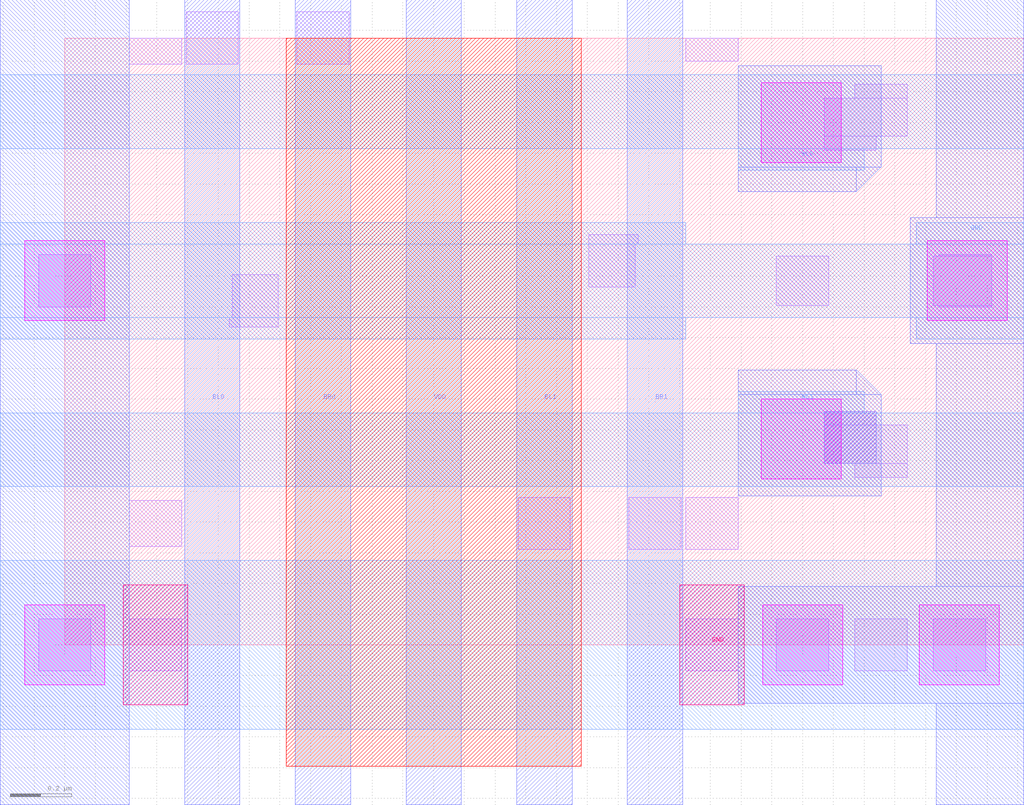
<source format=lef>
# Copyright 2020 The SkyWater PDK Authors
#
# Licensed under the Apache License, Version 2.0 (the "License");
# you may not use this file except in compliance with the License.
# You may obtain a copy of the License at
#
#     https://www.apache.org/licenses/LICENSE-2.0
#
# Unless required by applicable law or agreed to in writing, software
# distributed under the License is distributed on an "AS IS" BASIS,
# WITHOUT WARRANTIES OR CONDITIONS OF ANY KIND, either express or implied.
# See the License for the specific language governing permissions and
# limitations under the License.
#
# SPDX-License-Identifier: Apache-2.0

VERSION 5.7 ;
  NOWIREEXTENSIONATPIN ON ;
  DIVIDERCHAR "/" ;
  BUSBITCHARS "[]" ;
MACRO sky130_fd_bd_sram__openram_dp_cell_dummy
  CLASS BLOCK ;
  FOREIGN sky130_fd_bd_sram__openram_dp_cell_dummy ;
  ORIGIN  0.000000  0.000000 ;
  SIZE  3.120000 BY  1.975000 ;
  PIN BL0
    ANTENNADIFFAREA  0.025200 ;
    PORT
      LAYER met1 ;
        RECT 0.390000 -0.520000 0.570000 2.100000 ;
    END
  END BL0
  PIN BL1
    ANTENNADIFFAREA  0.050400 ;
    PORT
      LAYER met1 ;
        RECT 1.470000 -0.520000 1.650000 2.100000 ;
    END
  END BL1
  PIN BR0
    ANTENNADIFFAREA  0.025200 ;
    PORT
      LAYER met1 ;
        RECT 0.750000 -0.520000 0.930000 2.100000 ;
    END
  END BR0
  PIN BR1
    ANTENNADIFFAREA  0.050400 ;
    PORT
      LAYER met1 ;
        RECT 1.830000 -0.520000 2.010000 2.100000 ;
    END
  END BR1
  PIN GND
    ANTENNADIFFAREA  0.381800 ;
    ANTENNAGATEAREA  0.193200 ;
    PORT
      LAYER met2 ;
        RECT -0.210000 -0.275000 3.120000 0.275000 ;
        RECT -0.210000  0.995000 2.020000 1.065000 ;
        RECT -0.210000  1.065000 3.120000 1.305000 ;
        RECT -0.210000  1.305000 2.020000 1.375000 ;
        RECT  2.770000  0.995000 3.120000 1.065000 ;
        RECT  2.770000  1.305000 3.120000 1.375000 ;
      LAYER pwell ;
        RECT 0.190000 -0.195000 0.400000 0.195000 ;
        RECT 2.000000 -0.195000 2.210000 0.195000 ;
    END
  END GND
  PIN VDD
    PORT
      LAYER met1 ;
        RECT 1.110000 -0.520000 1.290000 2.100000 ;
    END
  END VDD
  PIN WL0
    ANTENNAGATEAREA  0.063000 ;
    PORT
      LAYER met2 ;
        RECT -0.210000 1.615000 3.120000 1.855000 ;
        RECT  2.190000 1.545000 2.600000 1.615000 ;
    END
  END WL0
  PIN WL1
    ANTENNAGATEAREA  0.063000 ;
    PORT
      LAYER met2 ;
        RECT -0.210000 0.515000 3.120000 0.755000 ;
        RECT  2.190000 0.755000 2.600000 0.825000 ;
    END
  END WL1
  OBS
    LAYER li1 ;
      RECT -0.085000 -0.085000 0.085000 0.085000 ;
      RECT -0.085000  1.100000 0.085000 1.270000 ;
      RECT  0.210000 -0.085000 0.380000 0.085000 ;
      RECT  0.210000  0.320000 0.380000 0.470000 ;
      RECT  0.210000  1.890000 0.380000 1.975000 ;
      RECT  0.395000  1.890000 0.565000 2.060000 ;
      RECT  0.535000  1.035000 0.695000 1.065000 ;
      RECT  0.545000  1.065000 0.695000 1.205000 ;
      RECT  0.755000  1.890000 0.925000 2.060000 ;
      RECT  1.475000  0.310000 1.645000 0.480000 ;
      RECT  1.705000  1.165000 1.855000 1.305000 ;
      RECT  1.705000  1.305000 1.865000 1.335000 ;
      RECT  1.835000  0.310000 2.005000 0.480000 ;
      RECT  2.020000 -0.085000 2.190000 0.085000 ;
      RECT  2.020000  0.310000 2.190000 0.480000 ;
      RECT  2.020000  1.900000 2.190000 1.975000 ;
      RECT  2.315000 -0.085000 2.485000 0.085000 ;
      RECT  2.315000  1.105000 2.485000 1.265000 ;
      RECT  2.470000  0.590000 2.740000 0.715000 ;
      RECT  2.470000  0.715000 2.640000 0.760000 ;
      RECT  2.470000  1.610000 2.640000 1.655000 ;
      RECT  2.470000  1.655000 2.740000 1.780000 ;
      RECT  2.570000 -0.085000 2.740000 0.085000 ;
      RECT  2.570000  0.545000 2.740000 0.590000 ;
      RECT  2.570000  1.780000 2.740000 1.825000 ;
      RECT  2.825000 -0.085000 2.995000 0.085000 ;
      RECT  2.825000  1.105000 3.015000 1.265000 ;
      RECT  2.845000  1.100000 3.015000 1.105000 ;
      RECT  2.845000  1.265000 3.015000 1.270000 ;
    LAYER mcon ;
      RECT 2.470000 0.590000 2.640000 0.760000 ;
    LAYER met1 ;
      POLYGON  2.575000  0.895000 2.655000  0.815000 2.575000 0.815000 ;
      POLYGON  2.575000  1.555000 2.655000  1.555000 2.575000 1.475000 ;
      RECT -0.210000 -0.520000 0.210000  2.100000 ;
      RECT  2.190000 -0.190000 3.120000  0.190000 ;
      RECT  2.190000  0.485000 2.655000  0.815000 ;
      RECT  2.190000  0.815000 2.575000  0.895000 ;
      RECT  2.190000  1.475000 2.575000  1.555000 ;
      RECT  2.190000  1.555000 2.655000  1.885000 ;
      RECT  2.750000  0.980000 3.120000  1.390000 ;
      RECT  2.835000 -0.520000 3.120000 -0.190000 ;
      RECT  2.835000  0.190000 3.120000  0.980000 ;
      RECT  2.835000  1.390000 3.120000  2.100000 ;
    LAYER nwell ;
      RECT 0.720000 -0.395000 1.680000 1.975000 ;
    LAYER via ;
      RECT -0.130000 -0.130000 0.130000 0.130000 ;
      RECT -0.130000  1.055000 0.130000 1.315000 ;
      RECT  2.265000  0.540000 2.525000 0.800000 ;
      RECT  2.265000  1.570000 2.525000 1.830000 ;
      RECT  2.270000 -0.130000 2.530000 0.130000 ;
      RECT  2.780000 -0.130000 3.040000 0.130000 ;
      RECT  2.805000  1.055000 3.065000 1.315000 ;
  END
END sky130_fd_bd_sram__openram_dp_cell_dummy
END LIBRARY

</source>
